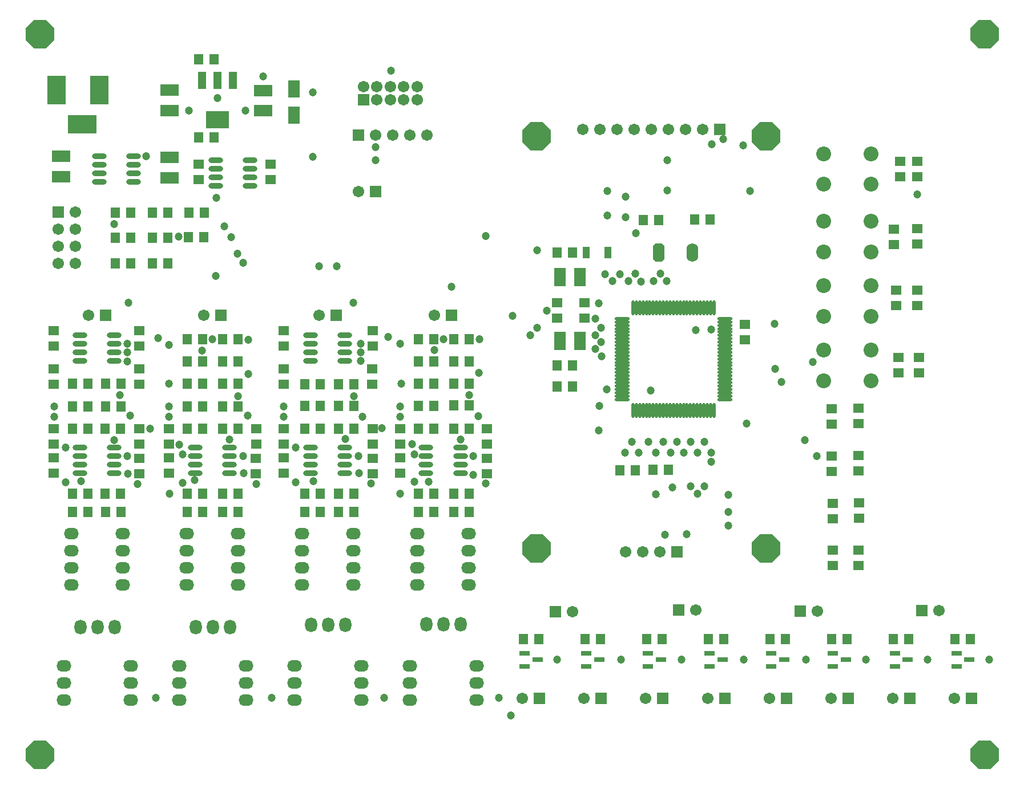
<source format=gts>
G04 Layer_Color=8388736*
%FSTAX24Y24*%
%MOIN*%
G70*
G01*
G75*
%ADD52R,0.0474X0.1025*%
%ADD53R,0.1379X0.1025*%
%ADD54O,0.0848X0.0316*%
%ADD55R,0.0630X0.0580*%
%ADD56R,0.0580X0.0630*%
%ADD57R,0.0631X0.0316*%
%ADD58R,0.0671X0.1104*%
%ADD59R,0.1104X0.0671*%
%ADD60R,0.0671X0.1045*%
%ADD61R,0.0395X0.0710*%
%ADD62O,0.0198X0.0887*%
%ADD63O,0.0887X0.0198*%
%ADD64R,0.0671X0.0671*%
%ADD65C,0.0671*%
%ADD66R,0.1080X0.1680*%
%ADD67R,0.1680X0.1080*%
%ADD68P,0.1791X8X22.5*%
%ADD69C,0.0867*%
%ADD70R,0.0671X0.0671*%
%ADD71O,0.0867X0.0671*%
%ADD72O,0.0710X0.0867*%
%ADD73O,0.0680X0.1080*%
G04:AMPARAMS|DCode=74|XSize=108mil|YSize=68mil|CornerRadius=0mil|HoleSize=0mil|Usage=FLASHONLY|Rotation=90.000|XOffset=0mil|YOffset=0mil|HoleType=Round|Shape=Octagon|*
%AMOCTAGOND74*
4,1,8,0.0170,0.0540,-0.0170,0.0540,-0.0340,0.0370,-0.0340,-0.0370,-0.0170,-0.0540,0.0170,-0.0540,0.0340,-0.0370,0.0340,0.0370,0.0170,0.0540,0.0*
%
%ADD74OCTAGOND74*%

%ADD75P,0.1791X8X292.5*%
%ADD76C,0.0474*%
D52*
X012697Y040837D02*
D03*
X011791D02*
D03*
X010886D02*
D03*
D53*
X011791Y038553D02*
D03*
D54*
X013711Y034683D02*
D03*
Y035183D02*
D03*
Y035683D02*
D03*
Y036183D02*
D03*
X011703Y034683D02*
D03*
Y035183D02*
D03*
Y035683D02*
D03*
Y036183D02*
D03*
X025984Y017864D02*
D03*
Y018364D02*
D03*
Y018864D02*
D03*
Y019364D02*
D03*
X023976Y017864D02*
D03*
Y018364D02*
D03*
Y018864D02*
D03*
Y019364D02*
D03*
X019245Y017864D02*
D03*
Y018364D02*
D03*
Y018864D02*
D03*
Y019364D02*
D03*
X017238Y017864D02*
D03*
Y018364D02*
D03*
Y018864D02*
D03*
Y019364D02*
D03*
X005768Y017864D02*
D03*
Y018364D02*
D03*
Y018864D02*
D03*
Y019364D02*
D03*
X00376Y017864D02*
D03*
Y018364D02*
D03*
Y018864D02*
D03*
Y019364D02*
D03*
X00689Y03489D02*
D03*
Y03539D02*
D03*
Y03589D02*
D03*
Y03639D02*
D03*
X004882Y03489D02*
D03*
Y03539D02*
D03*
Y03589D02*
D03*
Y03639D02*
D03*
X012507Y017864D02*
D03*
Y018364D02*
D03*
Y018864D02*
D03*
Y019364D02*
D03*
X010499Y017864D02*
D03*
Y018364D02*
D03*
Y018864D02*
D03*
Y019364D02*
D03*
X019245Y024427D02*
D03*
Y024927D02*
D03*
Y025427D02*
D03*
Y025927D02*
D03*
X017238Y024427D02*
D03*
Y024927D02*
D03*
Y025427D02*
D03*
Y025927D02*
D03*
X00376D02*
D03*
Y025427D02*
D03*
Y024927D02*
D03*
Y024427D02*
D03*
X005768Y025927D02*
D03*
Y025427D02*
D03*
Y024927D02*
D03*
Y024427D02*
D03*
D55*
X047656Y02075D02*
D03*
Y02165D02*
D03*
X049242Y020758D02*
D03*
Y021658D02*
D03*
X047666Y018883D02*
D03*
Y017983D02*
D03*
X049242Y018893D02*
D03*
Y017993D02*
D03*
X047718Y015218D02*
D03*
Y016118D02*
D03*
X049252Y015226D02*
D03*
Y016126D02*
D03*
X047728Y013369D02*
D03*
Y012469D02*
D03*
X049242Y013379D02*
D03*
Y012479D02*
D03*
X02752Y017847D02*
D03*
Y018747D02*
D03*
X027539Y019583D02*
D03*
Y020483D02*
D03*
X02247Y019583D02*
D03*
Y020483D02*
D03*
Y018757D02*
D03*
Y017857D02*
D03*
X007234Y01958D02*
D03*
Y02048D02*
D03*
Y017847D02*
D03*
Y018747D02*
D03*
X015679Y019583D02*
D03*
Y020483D02*
D03*
X015669Y018757D02*
D03*
Y017857D02*
D03*
X020856Y017847D02*
D03*
Y018747D02*
D03*
Y01958D02*
D03*
Y02048D02*
D03*
X014892Y035928D02*
D03*
Y035028D02*
D03*
X010707Y035928D02*
D03*
Y035028D02*
D03*
X042589Y025672D02*
D03*
Y026572D02*
D03*
X031644Y027832D02*
D03*
Y026932D02*
D03*
X033217D02*
D03*
Y027832D02*
D03*
X051555Y023728D02*
D03*
Y024628D02*
D03*
X051417Y027655D02*
D03*
Y028555D02*
D03*
X051299Y031248D02*
D03*
Y032148D02*
D03*
X007224Y023971D02*
D03*
Y023071D02*
D03*
X007234Y025291D02*
D03*
Y026191D02*
D03*
X002234Y023971D02*
D03*
Y023071D02*
D03*
X052776Y024638D02*
D03*
Y023738D02*
D03*
X052677Y028565D02*
D03*
Y027665D02*
D03*
Y032158D02*
D03*
Y031258D02*
D03*
X002234Y026201D02*
D03*
Y025301D02*
D03*
X020846Y023971D02*
D03*
Y023071D02*
D03*
X020856Y025291D02*
D03*
Y026191D02*
D03*
X015669Y023971D02*
D03*
Y023071D02*
D03*
Y026201D02*
D03*
Y025301D02*
D03*
X002234Y018757D02*
D03*
Y017857D02*
D03*
X008976Y018757D02*
D03*
Y017857D02*
D03*
X008957Y01958D02*
D03*
Y02048D02*
D03*
X014045Y017847D02*
D03*
Y018747D02*
D03*
X014065Y019583D02*
D03*
Y020483D02*
D03*
X051654Y035195D02*
D03*
Y036095D02*
D03*
X052648Y036105D02*
D03*
Y035205D02*
D03*
X002244Y01958D02*
D03*
Y02048D02*
D03*
D56*
X017805Y023081D02*
D03*
X016905D02*
D03*
X018868Y021811D02*
D03*
X019768D02*
D03*
X016895Y021791D02*
D03*
X017795D02*
D03*
X023519Y021811D02*
D03*
X024419D02*
D03*
X02561Y021821D02*
D03*
X02651D02*
D03*
X0256Y020463D02*
D03*
X0265D02*
D03*
X023519D02*
D03*
X024419D02*
D03*
X018868D02*
D03*
X019768D02*
D03*
X016895D02*
D03*
X017795D02*
D03*
X02651Y01562D02*
D03*
X02561D02*
D03*
X0256Y016654D02*
D03*
X0265D02*
D03*
X023519Y01561D02*
D03*
X024419D02*
D03*
X023519Y016654D02*
D03*
X024419D02*
D03*
X018868D02*
D03*
X019768D02*
D03*
X019778Y01562D02*
D03*
X018878D02*
D03*
X016895Y01561D02*
D03*
X017795D02*
D03*
X016895Y016654D02*
D03*
X017795D02*
D03*
X040557Y032697D02*
D03*
X039657D02*
D03*
X036667Y032687D02*
D03*
X037567D02*
D03*
X035308Y018041D02*
D03*
X036208D02*
D03*
X038117Y018061D02*
D03*
X037217D02*
D03*
X008892Y030153D02*
D03*
X007992D02*
D03*
X011594Y042087D02*
D03*
X010694D02*
D03*
X008892Y033104D02*
D03*
X007992D02*
D03*
X010687Y03752D02*
D03*
X011587D02*
D03*
X008892Y031652D02*
D03*
X007992D02*
D03*
X011028Y033104D02*
D03*
X010128D02*
D03*
X010084Y031683D02*
D03*
X010984D02*
D03*
X013006Y023091D02*
D03*
X012106D02*
D03*
X01093D02*
D03*
X01003D02*
D03*
X012096Y025699D02*
D03*
X012996D02*
D03*
X01093Y025719D02*
D03*
X01003D02*
D03*
X031624Y030772D02*
D03*
X032524D02*
D03*
X012096Y02439D02*
D03*
X012996D02*
D03*
X01002D02*
D03*
X01092D02*
D03*
X02651Y023091D02*
D03*
X02561D02*
D03*
X024429D02*
D03*
X023529D02*
D03*
X0256Y025689D02*
D03*
X0265D02*
D03*
X024429Y025719D02*
D03*
X023529D02*
D03*
X0256Y02439D02*
D03*
X0265D02*
D03*
X023519D02*
D03*
X024419D02*
D03*
X005816Y030153D02*
D03*
X006716D02*
D03*
X005835Y033104D02*
D03*
X006735D02*
D03*
X006152Y01562D02*
D03*
X005252D02*
D03*
X005242Y016654D02*
D03*
X006142D02*
D03*
X003332Y01561D02*
D03*
X004232D02*
D03*
X003332Y016654D02*
D03*
X004232D02*
D03*
X003332Y020472D02*
D03*
X004232D02*
D03*
X005242D02*
D03*
X006142D02*
D03*
X01002Y016654D02*
D03*
X01092D02*
D03*
X01002Y01561D02*
D03*
X01092D02*
D03*
X013006Y01562D02*
D03*
X012106D02*
D03*
X012096Y016654D02*
D03*
X012996D02*
D03*
X01002Y020463D02*
D03*
X01092D02*
D03*
X012096D02*
D03*
X012996D02*
D03*
X01003Y021782D02*
D03*
X01093D02*
D03*
X012106D02*
D03*
X013006D02*
D03*
X05578Y008169D02*
D03*
X05488D02*
D03*
X052177D02*
D03*
X051277D02*
D03*
X048575D02*
D03*
X047675D02*
D03*
X044973D02*
D03*
X044073D02*
D03*
X04137D02*
D03*
X04047D02*
D03*
X037768D02*
D03*
X036868D02*
D03*
X034166D02*
D03*
X033266D02*
D03*
X030563D02*
D03*
X029663D02*
D03*
X019778Y023081D02*
D03*
X018878D02*
D03*
X032534Y024163D02*
D03*
X031634D02*
D03*
X031624Y022953D02*
D03*
X032524D02*
D03*
X005249Y021782D02*
D03*
X006149D02*
D03*
X00333Y021772D02*
D03*
X00423D02*
D03*
X006159Y023091D02*
D03*
X005259D02*
D03*
X004242D02*
D03*
X003342D02*
D03*
X005816Y031652D02*
D03*
X006716D02*
D03*
D57*
X029734Y007333D02*
D03*
Y006585D02*
D03*
X030482Y006959D02*
D03*
X033337Y007333D02*
D03*
Y006585D02*
D03*
X034085Y006959D02*
D03*
X036939Y007333D02*
D03*
Y006585D02*
D03*
X037687Y006959D02*
D03*
X040541Y007333D02*
D03*
Y006585D02*
D03*
X041289Y006959D02*
D03*
X044144Y007333D02*
D03*
Y006585D02*
D03*
X044892Y006959D02*
D03*
X047746Y007333D02*
D03*
Y006585D02*
D03*
X048494Y006959D02*
D03*
X051348Y007333D02*
D03*
Y006585D02*
D03*
X052096Y006959D02*
D03*
X054951Y007333D02*
D03*
Y006585D02*
D03*
X055699Y006959D02*
D03*
D58*
X032962Y02935D02*
D03*
X031781D02*
D03*
X032962Y025591D02*
D03*
X031781D02*
D03*
D59*
X002654Y035207D02*
D03*
Y036388D02*
D03*
X009006Y035148D02*
D03*
Y036329D02*
D03*
Y039075D02*
D03*
Y040256D02*
D03*
X014478Y039065D02*
D03*
Y040246D02*
D03*
D60*
X01627Y038819D02*
D03*
Y040335D02*
D03*
D61*
X034587Y030763D02*
D03*
X033327D02*
D03*
D62*
X040787Y027549D02*
D03*
X040591D02*
D03*
X040394D02*
D03*
X040197D02*
D03*
X04D02*
D03*
X039803D02*
D03*
X039606D02*
D03*
X039409D02*
D03*
X039213D02*
D03*
X039016D02*
D03*
X038819D02*
D03*
X038622D02*
D03*
X038425D02*
D03*
X038228D02*
D03*
X038031D02*
D03*
X037835D02*
D03*
X037638D02*
D03*
X037441D02*
D03*
X037244D02*
D03*
X037047D02*
D03*
X03685D02*
D03*
X036654D02*
D03*
X036457D02*
D03*
X03626D02*
D03*
X036063D02*
D03*
Y021545D02*
D03*
X03626D02*
D03*
X036457D02*
D03*
X036654D02*
D03*
X03685D02*
D03*
X037047D02*
D03*
X037244D02*
D03*
X037441D02*
D03*
X037638D02*
D03*
X037835D02*
D03*
X038031D02*
D03*
X038228D02*
D03*
X038425D02*
D03*
X038622D02*
D03*
X038819D02*
D03*
X039016D02*
D03*
X039213D02*
D03*
X039409D02*
D03*
X039606D02*
D03*
X039803D02*
D03*
X04D02*
D03*
X040197D02*
D03*
X040394D02*
D03*
X040591D02*
D03*
X040787D02*
D03*
D63*
X035423Y026909D02*
D03*
Y026713D02*
D03*
Y026516D02*
D03*
Y026319D02*
D03*
Y026122D02*
D03*
Y025925D02*
D03*
Y025728D02*
D03*
Y025531D02*
D03*
Y025335D02*
D03*
Y025138D02*
D03*
Y024941D02*
D03*
Y024744D02*
D03*
Y024547D02*
D03*
Y02435D02*
D03*
Y024154D02*
D03*
Y023957D02*
D03*
Y02376D02*
D03*
Y023563D02*
D03*
Y023366D02*
D03*
Y023169D02*
D03*
Y022972D02*
D03*
Y022776D02*
D03*
Y022579D02*
D03*
Y022382D02*
D03*
Y022185D02*
D03*
X041427D02*
D03*
Y022382D02*
D03*
Y022579D02*
D03*
Y022776D02*
D03*
Y022972D02*
D03*
Y023169D02*
D03*
Y023366D02*
D03*
Y023563D02*
D03*
Y02376D02*
D03*
Y023957D02*
D03*
Y024154D02*
D03*
Y02435D02*
D03*
Y024547D02*
D03*
Y024744D02*
D03*
Y024941D02*
D03*
Y025138D02*
D03*
Y025335D02*
D03*
Y025531D02*
D03*
Y025728D02*
D03*
Y025925D02*
D03*
Y026122D02*
D03*
Y026319D02*
D03*
Y026516D02*
D03*
Y026713D02*
D03*
Y026909D02*
D03*
D64*
X021014Y034321D02*
D03*
X005262Y027096D02*
D03*
X020014Y037638D02*
D03*
X055825Y004705D02*
D03*
X052222D02*
D03*
X04862D02*
D03*
X045018D02*
D03*
X041415D02*
D03*
X037813D02*
D03*
X052929Y009843D02*
D03*
X045841Y009793D02*
D03*
X038715Y009862D02*
D03*
X034211Y004705D02*
D03*
X030608D02*
D03*
X031535Y009764D02*
D03*
X012003Y027096D02*
D03*
X018741D02*
D03*
X02548D02*
D03*
X020314Y039695D02*
D03*
X038623Y013269D02*
D03*
X041123Y037969D02*
D03*
D65*
X020014Y034321D02*
D03*
X004262Y027096D02*
D03*
X021014Y037638D02*
D03*
X022014D02*
D03*
X023014D02*
D03*
X024014D02*
D03*
X054825Y004705D02*
D03*
X051222D02*
D03*
X04762D02*
D03*
X044018D02*
D03*
X040415D02*
D03*
X036813D02*
D03*
X053929Y009843D02*
D03*
X046841Y009793D02*
D03*
X039715Y009862D02*
D03*
X033211Y004705D02*
D03*
X029608D02*
D03*
X032535Y009764D02*
D03*
X003485Y030126D02*
D03*
X002485D02*
D03*
X003485Y031126D02*
D03*
X002485D02*
D03*
X003485Y032126D02*
D03*
X002485D02*
D03*
X003485Y033126D02*
D03*
X011003Y027096D02*
D03*
X017741D02*
D03*
X02448D02*
D03*
X023463Y040482D02*
D03*
Y039695D02*
D03*
X022676Y040482D02*
D03*
Y039695D02*
D03*
X021889Y040482D02*
D03*
Y039695D02*
D03*
X021101Y040482D02*
D03*
Y039695D02*
D03*
X020314Y040482D02*
D03*
X037623Y013269D02*
D03*
X036623D02*
D03*
X035623D02*
D03*
X034123Y037969D02*
D03*
X035123D02*
D03*
X036123D02*
D03*
X037123D02*
D03*
X038123D02*
D03*
X039123D02*
D03*
X040123D02*
D03*
X033123D02*
D03*
D66*
X004902Y040285D02*
D03*
X002402D02*
D03*
D67*
X003902Y038285D02*
D03*
D68*
X056585Y043543D02*
D03*
X001417Y001398D02*
D03*
X056585D02*
D03*
X001417Y043543D02*
D03*
X043823Y037569D02*
D03*
X030423Y013474D02*
D03*
D69*
X049961Y023287D02*
D03*
X047205Y025059D02*
D03*
Y023287D02*
D03*
X049961Y025059D02*
D03*
Y027052D02*
D03*
X047205Y028824D02*
D03*
Y027052D02*
D03*
X049961Y028824D02*
D03*
Y030817D02*
D03*
X047205Y032589D02*
D03*
Y030817D02*
D03*
X049961Y032589D02*
D03*
Y034764D02*
D03*
X047205Y036535D02*
D03*
Y034764D02*
D03*
X049961Y036535D02*
D03*
D70*
X002485Y033126D02*
D03*
D71*
X009553Y004594D02*
D03*
Y005594D02*
D03*
Y006594D02*
D03*
X013453Y004594D02*
D03*
Y005595D02*
D03*
Y006594D02*
D03*
X002814Y004594D02*
D03*
Y005594D02*
D03*
Y006594D02*
D03*
X006714Y004594D02*
D03*
Y005595D02*
D03*
Y006594D02*
D03*
X013003Y011344D02*
D03*
Y012344D02*
D03*
Y013344D02*
D03*
Y014344D02*
D03*
X010003D02*
D03*
Y013344D02*
D03*
Y012344D02*
D03*
Y011344D02*
D03*
X006264D02*
D03*
Y012344D02*
D03*
Y013344D02*
D03*
Y014344D02*
D03*
X003264D02*
D03*
Y013344D02*
D03*
Y012344D02*
D03*
Y011344D02*
D03*
X02303Y004594D02*
D03*
Y005594D02*
D03*
Y006594D02*
D03*
X02693Y004594D02*
D03*
Y005595D02*
D03*
Y006594D02*
D03*
X016291Y004594D02*
D03*
Y005594D02*
D03*
Y006594D02*
D03*
X020191Y004594D02*
D03*
Y005595D02*
D03*
Y006594D02*
D03*
X02648Y011344D02*
D03*
Y012344D02*
D03*
Y013344D02*
D03*
Y014344D02*
D03*
X02348D02*
D03*
Y013344D02*
D03*
Y012344D02*
D03*
Y011344D02*
D03*
X019741D02*
D03*
Y012344D02*
D03*
Y013344D02*
D03*
Y014344D02*
D03*
X016741D02*
D03*
Y013344D02*
D03*
Y012344D02*
D03*
Y011344D02*
D03*
D72*
X012528Y008878D02*
D03*
X011528D02*
D03*
X010528D02*
D03*
X005789D02*
D03*
X004789D02*
D03*
X003789D02*
D03*
X026005Y009026D02*
D03*
X025005D02*
D03*
X024005D02*
D03*
X019266Y009006D02*
D03*
X018266D02*
D03*
X017266D02*
D03*
D73*
X039533Y030787D02*
D03*
D74*
X037549D02*
D03*
D75*
X030423Y037569D02*
D03*
X043823Y013474D02*
D03*
D76*
X021939Y041388D02*
D03*
X021024Y036181D02*
D03*
Y036929D02*
D03*
X010138Y039075D02*
D03*
X013435D02*
D03*
X03562Y034045D02*
D03*
Y032825D02*
D03*
X041331Y037394D02*
D03*
X040669Y037106D02*
D03*
X0425Y037028D02*
D03*
X034518Y022756D02*
D03*
X017372Y040128D02*
D03*
Y036358D02*
D03*
X036201Y029528D02*
D03*
X037264Y029104D02*
D03*
X038031D02*
D03*
X030453Y026378D02*
D03*
X030059Y025925D02*
D03*
X036539Y029071D02*
D03*
X035295Y029498D02*
D03*
X035797Y029114D02*
D03*
X034872Y029094D02*
D03*
X034419Y029508D02*
D03*
X037933Y014282D02*
D03*
X039203Y014301D02*
D03*
X037382Y016634D02*
D03*
X041634Y016614D02*
D03*
X039429Y017116D02*
D03*
X039833Y016654D02*
D03*
X040238Y017116D02*
D03*
X046791Y018868D02*
D03*
X04063Y018553D02*
D03*
X037411Y019085D02*
D03*
X040238Y019705D02*
D03*
X035984D02*
D03*
X042697Y020778D02*
D03*
X041634Y014793D02*
D03*
Y01562D02*
D03*
X038366Y017028D02*
D03*
X038051Y036171D02*
D03*
Y03439D02*
D03*
X05688Y006959D02*
D03*
X053261Y006959D02*
D03*
X049658D02*
D03*
X046161Y006959D02*
D03*
X04253Y006959D02*
D03*
X038898Y006959D02*
D03*
X035364Y006959D02*
D03*
X031646D02*
D03*
X036407Y019085D02*
D03*
X036949Y019705D02*
D03*
X037835D02*
D03*
X038632D02*
D03*
X011722Y033976D02*
D03*
X008199Y004724D02*
D03*
X01497D02*
D03*
X020039Y018858D02*
D03*
X010478Y01748D02*
D03*
X008976Y023091D02*
D03*
X021399Y020493D02*
D03*
X005768Y019813D02*
D03*
X002943Y019364D02*
D03*
X002264Y021772D02*
D03*
Y021171D02*
D03*
X006516Y024419D02*
D03*
X02501Y025709D02*
D03*
X020148Y024429D02*
D03*
X024449Y025069D02*
D03*
X020148Y024931D02*
D03*
X02248Y025443D02*
D03*
X020148D02*
D03*
X019774Y022382D02*
D03*
X020276Y021171D02*
D03*
X020748Y017274D02*
D03*
X01565Y021772D02*
D03*
Y021171D02*
D03*
X017382Y017402D02*
D03*
X016362Y019364D02*
D03*
X016368Y017352D02*
D03*
X04063Y02627D02*
D03*
X011782Y039793D02*
D03*
X014478Y041083D02*
D03*
X007646Y03639D02*
D03*
X038258Y019085D02*
D03*
X039016D02*
D03*
X039429Y019705D02*
D03*
X039843Y019085D02*
D03*
X04063D02*
D03*
X035581D02*
D03*
X037667Y029537D02*
D03*
X034104Y021801D02*
D03*
X033848Y025128D02*
D03*
X034232Y024695D02*
D03*
X006535Y018878D02*
D03*
X006555Y017835D02*
D03*
X006693Y02123D02*
D03*
X006516Y024931D02*
D03*
X010886Y025049D02*
D03*
X006516Y025423D02*
D03*
X008957Y025354D02*
D03*
X011506Y025699D02*
D03*
X006083Y022451D02*
D03*
X008337Y025787D02*
D03*
X020049Y017874D02*
D03*
X013307Y018878D02*
D03*
X013327Y017854D02*
D03*
X008967Y021171D02*
D03*
X01249Y019839D02*
D03*
X013573Y02123D02*
D03*
X012992Y022382D02*
D03*
X009764Y017303D02*
D03*
X009774Y018986D02*
D03*
X009567Y019547D02*
D03*
X014075Y017244D02*
D03*
X008948Y021781D02*
D03*
X013583Y023681D02*
D03*
X013593Y025679D02*
D03*
X023159Y019577D02*
D03*
X023297Y018967D02*
D03*
X023287Y017382D02*
D03*
X02747Y017264D02*
D03*
X022461Y021781D02*
D03*
X026732Y018868D02*
D03*
Y017776D02*
D03*
X027028Y021201D02*
D03*
X027057Y02373D02*
D03*
X027096Y025699D02*
D03*
X02253Y023091D02*
D03*
X022461Y021171D02*
D03*
X025984Y019852D02*
D03*
X019272Y019882D02*
D03*
X026506Y022451D02*
D03*
X02248Y016654D02*
D03*
X008996D02*
D03*
X009537Y031703D02*
D03*
X005768Y032431D02*
D03*
X011713Y029419D02*
D03*
X002933Y017352D02*
D03*
X003839Y017411D02*
D03*
X021772Y025837D02*
D03*
X019734Y027835D02*
D03*
X024144Y017372D02*
D03*
X006604Y027835D02*
D03*
X033858Y025925D02*
D03*
X034203Y025522D02*
D03*
X013287Y030157D02*
D03*
X012953Y030719D02*
D03*
X030453Y030915D02*
D03*
X017746Y02998D02*
D03*
X029045Y027057D02*
D03*
X01875Y02998D02*
D03*
X025472Y02876D02*
D03*
X027451Y031722D02*
D03*
X034065Y020374D02*
D03*
X028228Y004724D02*
D03*
X007146Y017244D02*
D03*
X007874Y020482D02*
D03*
X039715Y02624D02*
D03*
X037106Y022707D02*
D03*
X034567Y032943D02*
D03*
X034577Y03437D02*
D03*
X052677Y034163D02*
D03*
X03622Y0319D02*
D03*
X031024Y027382D02*
D03*
X034065Y027795D02*
D03*
X033858Y02689D02*
D03*
X034203Y026368D02*
D03*
X042894Y03438D02*
D03*
X046565Y02436D02*
D03*
X044341Y026604D02*
D03*
X046102Y019813D02*
D03*
X04438Y023976D02*
D03*
X044724Y023199D02*
D03*
X012598Y031663D02*
D03*
X012185Y032313D02*
D03*
X021516Y004724D02*
D03*
X028937Y003711D02*
D03*
M02*

</source>
